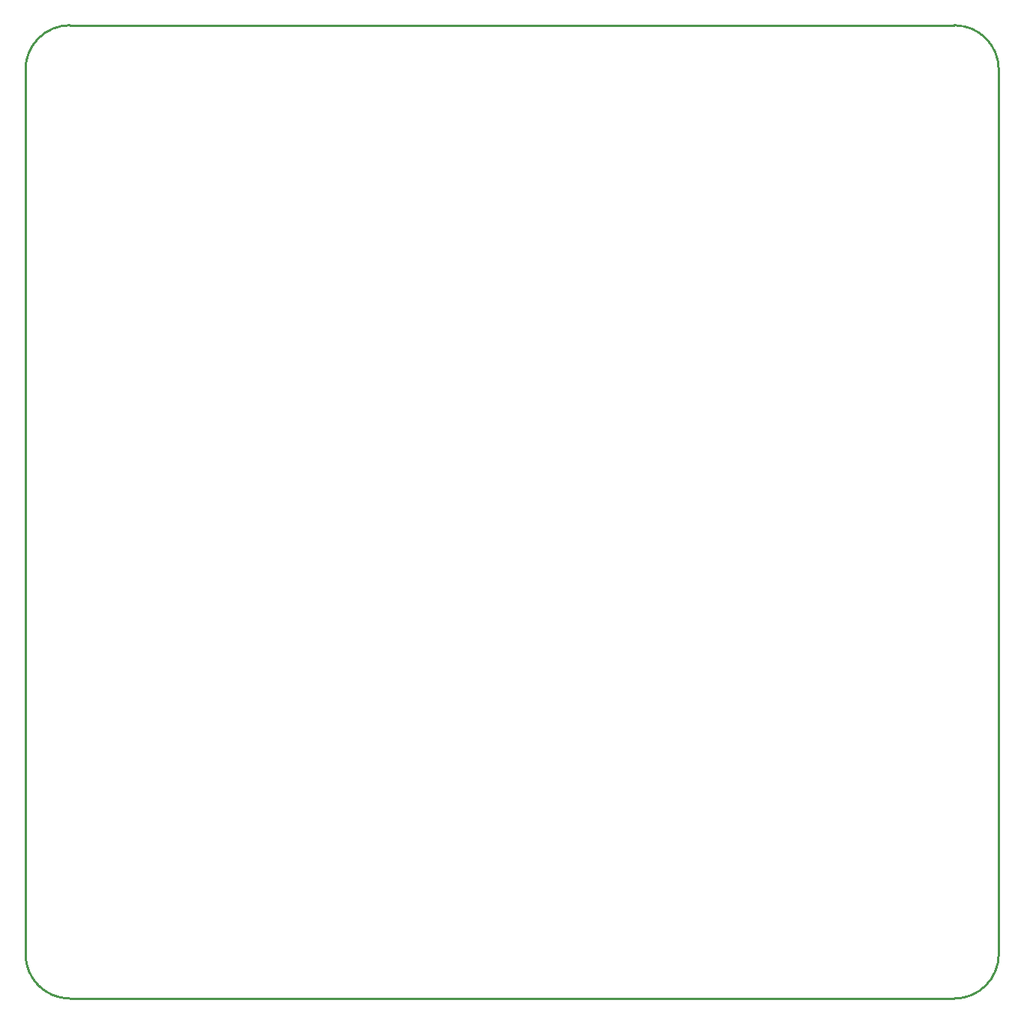
<source format=gko>
G04 Layer_Color=16720538*
%FSLAX25Y25*%
%MOIN*%
G70*
G01*
G75*
%ADD60C,0.01000*%
D60*
X826772Y807087D02*
G03*
X807087Y826772I-19685J0D01*
G01*
Y393701D02*
G03*
X826772Y413386I0J19685D01*
G01*
X393701D02*
G03*
X413386Y393701I19685J0D01*
G01*
Y826772D02*
G03*
X393701Y807087I0J-19685D01*
G01*
X826772Y413386D02*
Y807087D01*
X413386Y393701D02*
X807087D01*
X413386Y826772D02*
X807087D01*
X393701Y413386D02*
Y807087D01*
M02*

</source>
